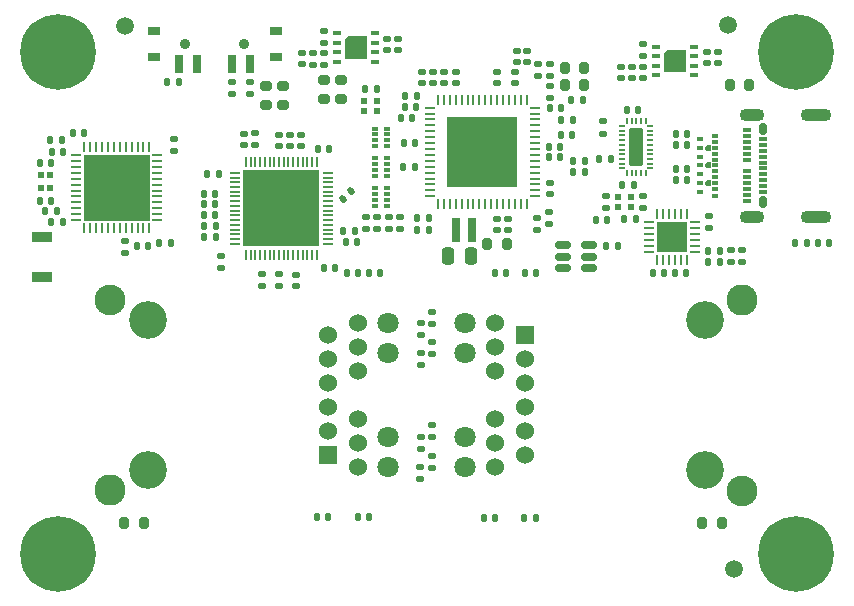
<source format=gbr>
G04 #@! TF.GenerationSoftware,KiCad,Pcbnew,5.99.0-unknown-r23941-4f651901*
G04 #@! TF.CreationDate,2020-11-30T00:39:54+01:00*
G04 #@! TF.ProjectId,whisperbounce,77686973-7065-4726-926f-756e63652e6b,rev?*
G04 #@! TF.SameCoordinates,Original*
G04 #@! TF.FileFunction,Soldermask,Top*
G04 #@! TF.FilePolarity,Negative*
%FSLAX46Y46*%
G04 Gerber Fmt 4.6, Leading zero omitted, Abs format (unit mm)*
G04 Created by KiCad (PCBNEW 5.99.0-unknown-r23941-4f651901) date 2020-11-30 00:39:54*
%MOMM*%
%LPD*%
G01*
G04 APERTURE LIST*
G04 Aperture macros list*
%AMRoundRect*
0 Rectangle with rounded corners*
0 $1 Rounding radius*
0 $2 $3 $4 $5 $6 $7 $8 $9 X,Y pos of 4 corners*
0 Add a 4 corners polygon primitive as box body*
4,1,4,$2,$3,$4,$5,$6,$7,$8,$9,$2,$3,0*
0 Add four circle primitives for the rounded corners*
1,1,$1+$1,$2,$3,0*
1,1,$1+$1,$4,$5,0*
1,1,$1+$1,$6,$7,0*
1,1,$1+$1,$8,$9,0*
0 Add four rect primitives between the rounded corners*
20,1,$1+$1,$2,$3,$4,$5,0*
20,1,$1+$1,$4,$5,$6,$7,0*
20,1,$1+$1,$6,$7,$8,$9,0*
20,1,$1+$1,$8,$9,$2,$3,0*%
G04 Aperture macros list end*
%ADD10RoundRect,0.140000X0.140000X0.170000X-0.140000X0.170000X-0.140000X-0.170000X0.140000X-0.170000X0*%
%ADD11R,0.700000X0.400000*%
%ADD12RoundRect,0.140000X-0.140000X-0.170000X0.140000X-0.170000X0.140000X0.170000X-0.140000X0.170000X0*%
%ADD13RoundRect,0.135000X-0.185000X0.135000X-0.185000X-0.135000X0.185000X-0.135000X0.185000X0.135000X0*%
%ADD14RoundRect,0.200000X-0.200000X-0.275000X0.200000X-0.275000X0.200000X0.275000X-0.200000X0.275000X0*%
%ADD15RoundRect,0.200000X-0.275000X0.200000X-0.275000X-0.200000X0.275000X-0.200000X0.275000X0.200000X0*%
%ADD16C,0.800000*%
%ADD17C,6.400000*%
%ADD18RoundRect,0.140000X-0.170000X0.140000X-0.170000X-0.140000X0.170000X-0.140000X0.170000X0.140000X0*%
%ADD19RoundRect,0.135000X0.135000X0.185000X-0.135000X0.185000X-0.135000X-0.185000X0.135000X-0.185000X0*%
%ADD20RoundRect,0.135000X0.185000X-0.135000X0.185000X0.135000X-0.185000X0.135000X-0.185000X-0.135000X0*%
%ADD21RoundRect,0.140000X0.170000X-0.140000X0.170000X0.140000X-0.170000X0.140000X-0.170000X-0.140000X0*%
%ADD22RoundRect,0.147500X0.147500X0.172500X-0.147500X0.172500X-0.147500X-0.172500X0.147500X-0.172500X0*%
%ADD23RoundRect,0.135000X-0.135000X-0.185000X0.135000X-0.185000X0.135000X0.185000X-0.135000X0.185000X0*%
%ADD24R,0.600000X0.500000*%
%ADD25R,0.500000X0.450000*%
%ADD26R,0.500000X0.300000*%
%ADD27RoundRect,0.062500X-0.375000X-0.062500X0.375000X-0.062500X0.375000X0.062500X-0.375000X0.062500X0*%
%ADD28RoundRect,0.062500X-0.062500X-0.375000X0.062500X-0.375000X0.062500X0.375000X-0.062500X0.375000X0*%
%ADD29R,5.600000X5.600000*%
%ADD30R,0.500000X0.600000*%
%ADD31C,1.500000*%
%ADD32R,0.650000X2.000000*%
%AMFp33*
4,1,18,0.050000,0.250000,0.069134,0.246194,0.085355,0.235354,0.096194,0.219133,0.100000,0.199999,0.099999,-0.200000,0.096193,-0.219134,0.085354,-0.235355,0.069133,-0.246194,0.049999,-0.250000,-0.050000,-0.250000,-0.069134,-0.246194,-0.085355,-0.235354,-0.096194,-0.219133,-0.100000,-0.199999,-0.099999,0.160000,-0.009999,0.250000,0.050000,0.250000,0.050000,0.250000,$1*%
%ADD33Fp33,270.000000*%
%ADD34RoundRect,0.050000X-0.200000X0.050000X-0.200000X-0.050000X0.200000X-0.050000X0.200000X0.050000X0*%
%AMFp35*
4,1,18,0.096193,-0.219134,0.085354,-0.235355,0.069133,-0.246194,0.049999,-0.250000,-0.050000,-0.250000,-0.069134,-0.246194,-0.085355,-0.235354,-0.096194,-0.219133,-0.100000,-0.199999,-0.099999,0.200000,-0.096193,0.219134,-0.085354,0.235355,-0.069133,0.246194,-0.049999,0.250000,0.010000,0.250000,0.100000,0.159999,0.099999,-0.200000,0.096193,-0.219134,0.096193,-0.219134,$1*%
%ADD35Fp35,270.000000*%
%AMFp36*
4,1,18,0.050000,0.250000,0.069134,0.246194,0.085355,0.235355,0.096194,0.219134,0.100000,0.200000,0.100000,-0.200000,0.096194,-0.219134,0.085355,-0.235355,0.069134,-0.246194,0.050000,-0.250000,-0.050000,-0.250000,-0.069134,-0.246194,-0.085355,-0.235355,-0.096194,-0.219134,-0.100000,-0.200000,-0.100000,0.160000,-0.010000,0.250000,0.050000,0.250000,0.050000,0.250000,$1*%
%ADD36Fp36,0.000000*%
%ADD37RoundRect,0.050000X-0.050000X-0.200000X0.050000X-0.200000X0.050000X0.200000X-0.050000X0.200000X0*%
%AMFp38*
4,1,18,0.096194,-0.219134,0.085355,-0.235355,0.069134,-0.246194,0.050000,-0.250000,-0.050000,-0.250000,-0.069134,-0.246194,-0.085355,-0.235355,-0.096194,-0.219134,-0.100000,-0.200000,-0.100000,0.200000,-0.096194,0.219134,-0.085355,0.235355,-0.069134,0.246194,-0.050000,0.250000,0.010000,0.250000,0.100000,0.160000,0.100000,-0.200000,0.096194,-0.219134,0.096194,-0.219134,$1*%
%ADD38Fp38,0.000000*%
%AMFp39*
4,1,18,0.050000,0.250000,0.069134,0.246194,0.085355,0.235355,0.096194,0.219134,0.100000,0.200000,0.099999,-0.200000,0.096193,-0.219134,0.085354,-0.235355,0.069133,-0.246194,0.049999,-0.250000,-0.050000,-0.250000,-0.069134,-0.246194,-0.085355,-0.235355,-0.096194,-0.219134,-0.100000,-0.200000,-0.099999,0.160000,-0.009999,0.250000,0.050000,0.250000,0.050000,0.250000,$1*%
%ADD39Fp39,90.000000*%
%ADD40RoundRect,0.050000X0.200000X-0.050000X0.200000X0.050000X-0.200000X0.050000X-0.200000X-0.050000X0*%
%AMFp41*
4,1,18,0.096193,-0.219134,0.085354,-0.235355,0.069133,-0.246194,0.049999,-0.250000,-0.050000,-0.250000,-0.069134,-0.246194,-0.085355,-0.235355,-0.096194,-0.219134,-0.100000,-0.200000,-0.099999,0.200000,-0.096193,0.219134,-0.085354,0.235355,-0.069133,0.246194,-0.049999,0.250000,0.010000,0.250000,0.100000,0.160000,0.099999,-0.200000,0.096193,-0.219134,0.096193,-0.219134,$1*%
%ADD41Fp41,90.000000*%
%AMFp42*
4,1,18,0.050000,0.250000,0.069134,0.246194,0.085355,0.235355,0.096194,0.219134,0.100000,0.200000,0.099999,-0.200000,0.096193,-0.219134,0.085354,-0.235355,0.069133,-0.246194,0.049999,-0.250000,-0.050000,-0.250000,-0.069134,-0.246194,-0.085355,-0.235355,-0.096194,-0.219134,-0.100000,-0.200000,-0.099999,0.160000,-0.009999,0.250000,0.050000,0.250000,0.050000,0.250000,$1*%
%ADD42Fp42,180.000000*%
%ADD43RoundRect,0.050000X0.050000X0.200000X-0.050000X0.200000X-0.050000X-0.200000X0.050000X-0.200000X0*%
%AMFp44*
4,1,18,0.096193,-0.219134,0.085354,-0.235355,0.069133,-0.246194,0.049999,-0.250000,-0.050000,-0.250000,-0.069134,-0.246194,-0.085355,-0.235355,-0.096194,-0.219134,-0.100000,-0.200000,-0.099999,0.200000,-0.096193,0.219134,-0.085354,0.235355,-0.069133,0.246194,-0.049999,0.250000,0.010000,0.250000,0.100000,0.160000,0.099999,-0.200000,0.096193,-0.219134,0.096193,-0.219134,$1*%
%ADD44Fp44,180.000000*%
%ADD45C,0.400000*%
%ADD46RoundRect,0.120000X0.480000X1.480000X-0.480000X1.480000X-0.480000X-1.480000X0.480000X-1.480000X0*%
%ADD47RoundRect,0.140000X-0.021213X0.219203X-0.219203X0.021213X0.021213X-0.219203X0.219203X-0.021213X0*%
%ADD48RoundRect,0.050000X0.050000X-0.350000X0.050000X0.350000X-0.050000X0.350000X-0.050000X-0.350000X0*%
%ADD49RoundRect,0.050000X0.350000X-0.050000X0.350000X0.050000X-0.350000X0.050000X-0.350000X-0.050000X0*%
%ADD50R,6.500000X6.500000*%
%ADD51R,0.500000X0.400000*%
%ADD52R,6.000000X6.000000*%
%ADD53RoundRect,0.062500X-0.350000X-0.062500X0.350000X-0.062500X0.350000X0.062500X-0.350000X0.062500X0*%
%ADD54RoundRect,0.062500X-0.062500X-0.350000X0.062500X-0.350000X0.062500X0.350000X-0.062500X0.350000X0*%
%ADD55R,2.600000X2.600000*%
%ADD56RoundRect,0.250000X0.250000X0.475000X-0.250000X0.475000X-0.250000X-0.475000X0.250000X-0.475000X0*%
%ADD57RoundRect,0.200000X0.200000X0.275000X-0.200000X0.275000X-0.200000X-0.275000X0.200000X-0.275000X0*%
%ADD58RoundRect,0.150000X-0.512500X-0.150000X0.512500X-0.150000X0.512500X0.150000X-0.512500X0.150000X0*%
%ADD59RoundRect,0.075000X0.275000X-0.075000X0.275000X0.075000X-0.275000X0.075000X-0.275000X-0.075000X0*%
%ADD60RoundRect,0.175000X0.175000X-0.325000X0.175000X0.325000X-0.175000X0.325000X-0.175000X-0.325000X0*%
%ADD61O,2.600000X1.100000*%
%ADD62O,2.100000X1.100000*%
%ADD63C,3.200000*%
%ADD64R,1.524000X1.524000*%
%ADD65C,1.524000*%
%ADD66C,1.800000*%
%ADD67C,2.630000*%
%ADD68C,2.610000*%
%ADD69R,1.700000X0.900000*%
%ADD70R,1.000000X0.800000*%
%ADD71C,0.900000*%
%ADD72R,0.700000X1.500000*%
G04 APERTURE END LIST*
D10*
G04 #@! TO.C,C13*
X156260000Y-62685000D03*
X155300000Y-62685000D03*
G04 #@! TD*
D11*
G04 #@! TO.C,U8*
X137350000Y-52200000D03*
X137350000Y-53000000D03*
X137350000Y-53800000D03*
X137350000Y-54600000D03*
X140550000Y-54600000D03*
X140550000Y-53800000D03*
X140550000Y-53000000D03*
X140550000Y-52200000D03*
G36*
X139900000Y-54350000D02*
G01*
X138000000Y-54350000D01*
X138000000Y-52700000D01*
X138250000Y-52450000D01*
X139900000Y-52450000D01*
X139900000Y-54350000D01*
G37*
G04 #@! TD*
D12*
G04 #@! TO.C,C21*
X159560000Y-62840000D03*
X160520000Y-62840000D03*
G04 #@! TD*
D10*
G04 #@! TO.C,C47*
X114121578Y-68176251D03*
X113161578Y-68176251D03*
G04 #@! TD*
G04 #@! TO.C,C84*
X151670000Y-72490000D03*
X150710000Y-72490000D03*
G04 #@! TD*
D13*
G04 #@! TO.C,R17*
X130000000Y-56290000D03*
X130000000Y-57310000D03*
G04 #@! TD*
D10*
G04 #@! TO.C,C12*
X158339999Y-62970000D03*
X157379999Y-62970000D03*
G04 #@! TD*
D14*
G04 #@! TO.C,FB4*
X150075000Y-70050000D03*
X151725000Y-70050000D03*
G04 #@! TD*
D15*
G04 #@! TO.C,FB6*
X137720000Y-56125000D03*
X137720000Y-57775000D03*
G04 #@! TD*
D12*
G04 #@! TO.C,C23*
X156320000Y-60800000D03*
X157280000Y-60800000D03*
G04 #@! TD*
D16*
G04 #@! TO.C,H4*
X111350000Y-53750000D03*
X113750000Y-51350000D03*
X113750000Y-56150000D03*
X115447056Y-52052944D03*
X112052944Y-52052944D03*
X112052944Y-55447056D03*
X116150000Y-53750000D03*
X115447056Y-55447056D03*
D17*
X113750000Y-53750000D03*
G04 #@! TD*
D13*
G04 #@! TO.C,R18*
X128500000Y-56290000D03*
X128500000Y-57310000D03*
G04 #@! TD*
D18*
G04 #@! TO.C,C67*
X134320000Y-60780000D03*
X134320000Y-61740000D03*
G04 #@! TD*
D19*
G04 #@! TO.C,R32*
X127090000Y-68520000D03*
X126070000Y-68520000D03*
G04 #@! TD*
D18*
G04 #@! TO.C,C62*
X133400000Y-60780000D03*
X133400000Y-61740000D03*
G04 #@! TD*
D12*
G04 #@! TO.C,C68*
X126110000Y-67590000D03*
X127070000Y-67590000D03*
G04 #@! TD*
G04 #@! TO.C,C76*
X139745000Y-56925000D03*
X140705000Y-56925000D03*
G04 #@! TD*
D20*
G04 #@! TO.C,R22*
X136275000Y-53010000D03*
X136275000Y-51990000D03*
G04 #@! TD*
D21*
G04 #@! TO.C,C42*
X145500000Y-56430000D03*
X145500000Y-55470000D03*
G04 #@! TD*
D22*
G04 #@! TO.C,D1*
X179055000Y-69930000D03*
X178085000Y-69930000D03*
G04 #@! TD*
D20*
G04 #@! TO.C,R29*
X141725000Y-68735000D03*
X141725000Y-67715000D03*
G04 #@! TD*
D12*
G04 #@! TO.C,C40*
X143120000Y-58400000D03*
X144080000Y-58400000D03*
G04 #@! TD*
D10*
G04 #@! TO.C,C8*
X166990000Y-63680000D03*
X166030000Y-63680000D03*
G04 #@! TD*
D21*
G04 #@! TO.C,C35*
X152450000Y-56430000D03*
X152450000Y-55470000D03*
G04 #@! TD*
D23*
G04 #@! TO.C,R20*
X113090000Y-61200000D03*
X114110000Y-61200000D03*
G04 #@! TD*
D24*
G04 #@! TO.C,X1*
X140725000Y-57950000D03*
X139625000Y-57950000D03*
X139625000Y-58750000D03*
X140725000Y-58750000D03*
G04 #@! TD*
D18*
G04 #@! TO.C,C74*
X134400000Y-53865000D03*
X134400000Y-54825000D03*
G04 #@! TD*
D10*
G04 #@! TO.C,C52*
X121380000Y-70200000D03*
X120420000Y-70200000D03*
G04 #@! TD*
D13*
G04 #@! TO.C,R35*
X145400000Y-87940000D03*
X145400000Y-88960000D03*
G04 #@! TD*
D12*
G04 #@! TO.C,C37*
X157200000Y-57790000D03*
X158160000Y-57790000D03*
G04 #@! TD*
D13*
G04 #@! TO.C,R8*
X168830000Y-67640000D03*
X168830000Y-68660000D03*
G04 #@! TD*
D10*
G04 #@! TO.C,C14*
X158340000Y-63890000D03*
X157380000Y-63890000D03*
G04 #@! TD*
D18*
G04 #@! TO.C,C33*
X150900000Y-67920000D03*
X150900000Y-68880000D03*
G04 #@! TD*
D21*
G04 #@! TO.C,C2*
X169620000Y-54700000D03*
X169620000Y-53740000D03*
G04 #@! TD*
D25*
G04 #@! TO.C,U3*
X169400000Y-65945000D03*
D26*
X169400000Y-65370000D03*
X169400000Y-64870000D03*
X169400000Y-64370000D03*
X169400000Y-63870000D03*
X169400000Y-63370000D03*
X169400000Y-62870000D03*
X169400000Y-62370000D03*
X169400000Y-61870000D03*
X169400000Y-61370000D03*
X169400000Y-60870000D03*
X168100000Y-61120000D03*
X168100000Y-61870000D03*
X168100000Y-62620000D03*
X168100000Y-63370000D03*
X168100000Y-64120000D03*
X168100000Y-64870000D03*
X168100000Y-65620000D03*
G36*
X168650001Y-64620000D02*
G01*
X169000000Y-64620001D01*
X168999999Y-65120000D01*
X168650000Y-65120000D01*
X168500000Y-64969999D01*
X168500000Y-64770000D01*
X168650001Y-64620000D01*
G37*
G36*
X168650001Y-63120000D02*
G01*
X169000000Y-63120001D01*
X168999999Y-63620000D01*
X168650000Y-63620000D01*
X168500000Y-63469999D01*
X168500000Y-63270000D01*
X168650001Y-63120000D01*
G37*
G36*
X168650001Y-61620000D02*
G01*
X169000000Y-61620001D01*
X168999999Y-62120000D01*
X168650000Y-62120000D01*
X168500000Y-61969999D01*
X168500000Y-61770000D01*
X168650001Y-61620000D01*
G37*
G04 #@! TD*
D27*
G04 #@! TO.C,U7*
X115282500Y-62500000D03*
X115282500Y-63000000D03*
X115282500Y-63500000D03*
X115282500Y-64000000D03*
X115282500Y-64500000D03*
X115282500Y-65000000D03*
X115282500Y-65500000D03*
X115282500Y-66000000D03*
X115282500Y-66500000D03*
X115282500Y-67000000D03*
X115282500Y-67500000D03*
X115282500Y-68000000D03*
D28*
X115970000Y-68687500D03*
X116470000Y-68687500D03*
X116970000Y-68687500D03*
X117470000Y-68687500D03*
X117970000Y-68687500D03*
X118470000Y-68687500D03*
X118970000Y-68687500D03*
X119470000Y-68687500D03*
X119970000Y-68687500D03*
X120470000Y-68687500D03*
X120970000Y-68687500D03*
X121470000Y-68687500D03*
D27*
X122157500Y-68000000D03*
X122157500Y-67500000D03*
X122157500Y-67000000D03*
X122157500Y-66500000D03*
X122157500Y-66000000D03*
X122157500Y-65500000D03*
X122157500Y-65000000D03*
X122157500Y-64500000D03*
X122157500Y-64000000D03*
X122157500Y-63500000D03*
X122157500Y-63000000D03*
X122157500Y-62500000D03*
D28*
X121470000Y-61812500D03*
X120970000Y-61812500D03*
X120470000Y-61812500D03*
X119970000Y-61812500D03*
X119470000Y-61812500D03*
X118970000Y-61812500D03*
X118470000Y-61812500D03*
X117970000Y-61812500D03*
X117470000Y-61812500D03*
X116970000Y-61812500D03*
X116470000Y-61812500D03*
X115970000Y-61812500D03*
D29*
X118720000Y-65250000D03*
G04 #@! TD*
D12*
G04 #@! TO.C,C81*
X149770000Y-93200000D03*
X150730000Y-93200000D03*
G04 #@! TD*
D23*
G04 #@! TO.C,R37*
X176160000Y-69940000D03*
X177180000Y-69940000D03*
G04 #@! TD*
D10*
G04 #@! TO.C,C78*
X139130000Y-72490000D03*
X138170000Y-72490000D03*
G04 #@! TD*
G04 #@! TO.C,C49*
X113150000Y-63175000D03*
X112190000Y-63175000D03*
G04 #@! TD*
D21*
G04 #@! TO.C,C41*
X146450000Y-56430000D03*
X146450000Y-55470000D03*
G04 #@! TD*
D10*
G04 #@! TO.C,C32*
X145130000Y-67850000D03*
X144170000Y-67850000D03*
G04 #@! TD*
D13*
G04 #@! TO.C,R10*
X155400000Y-56640000D03*
X155400000Y-57660000D03*
G04 #@! TD*
D12*
G04 #@! TO.C,C50*
X112190000Y-66350000D03*
X113150000Y-66350000D03*
G04 #@! TD*
D15*
G04 #@! TO.C,FB8*
X131350000Y-56615000D03*
X131350000Y-58265000D03*
G04 #@! TD*
D12*
G04 #@! TO.C,C1*
X161900000Y-58670000D03*
X162860000Y-58670000D03*
G04 #@! TD*
D30*
G04 #@! TO.C,Y2*
X113070000Y-65300000D03*
X113070000Y-64200000D03*
X112270000Y-64200000D03*
X112270000Y-65300000D03*
G04 #@! TD*
D10*
G04 #@! TO.C,C25*
X143980000Y-61500000D03*
X143020000Y-61500000D03*
G04 #@! TD*
D13*
G04 #@! TO.C,R15*
X154300000Y-67790000D03*
X154300000Y-68810000D03*
G04 #@! TD*
D31*
G04 #@! TO.C,FID2*
X170470000Y-51510000D03*
G04 #@! TD*
D21*
G04 #@! TO.C,C48*
X123550000Y-62130000D03*
X123550000Y-61170000D03*
G04 #@! TD*
D20*
G04 #@! TO.C,R34*
X144450000Y-87410000D03*
X144450000Y-86390000D03*
G04 #@! TD*
D12*
G04 #@! TO.C,C46*
X122320000Y-69900000D03*
X123280000Y-69900000D03*
G04 #@! TD*
G04 #@! TO.C,C60*
X126380000Y-64120000D03*
X127340000Y-64120000D03*
G04 #@! TD*
D21*
G04 #@! TO.C,C36*
X144550000Y-56430000D03*
X144550000Y-55470000D03*
G04 #@! TD*
D10*
G04 #@! TO.C,C5*
X166990000Y-64600000D03*
X166030000Y-64600000D03*
G04 #@! TD*
D20*
G04 #@! TO.C,R31*
X139825000Y-68735000D03*
X139825000Y-67715000D03*
G04 #@! TD*
D10*
G04 #@! TO.C,C63*
X139050000Y-69880000D03*
X138090000Y-69880000D03*
G04 #@! TD*
D32*
G04 #@! TO.C,L1*
X147425000Y-68800000D03*
X148775000Y-68800000D03*
G04 #@! TD*
D10*
G04 #@! TO.C,C29*
X143930000Y-63500000D03*
X142970000Y-63500000D03*
G04 #@! TD*
D19*
G04 #@! TO.C,R7*
X162540000Y-65050000D03*
X161520000Y-65050000D03*
G04 #@! TD*
D18*
G04 #@! TO.C,C75*
X129460000Y-60715000D03*
X129460000Y-61675000D03*
G04 #@! TD*
D13*
G04 #@! TO.C,R11*
X154400000Y-54815000D03*
X154400000Y-55835000D03*
G04 #@! TD*
D12*
G04 #@! TO.C,C45*
X115020000Y-60650000D03*
X115980000Y-60650000D03*
G04 #@! TD*
D33*
G04 #@! TO.C,U2*
X161500000Y-60030000D03*
D34*
X161500000Y-60430000D03*
X161500000Y-60830000D03*
X161500000Y-61230000D03*
X161500000Y-61630000D03*
X161500000Y-62030000D03*
X161500000Y-62430000D03*
X161500000Y-62830000D03*
X161500000Y-63230000D03*
D35*
X161500000Y-63630000D03*
D36*
X161900000Y-64030000D03*
D37*
X162300000Y-64030000D03*
X162700000Y-64030000D03*
X163100000Y-64030000D03*
D38*
X163500000Y-64030000D03*
D39*
X163900000Y-63630000D03*
D40*
X163900000Y-63230000D03*
X163900000Y-62830000D03*
X163900000Y-62430000D03*
X163900000Y-62030000D03*
X163900000Y-61630000D03*
X163900000Y-61230000D03*
X163900000Y-60830000D03*
X163900000Y-60430000D03*
D41*
X163900000Y-60030000D03*
D42*
X163500000Y-59630000D03*
D43*
X163100000Y-59630000D03*
X162700000Y-59630000D03*
X162300000Y-59630000D03*
D44*
X161900000Y-59630000D03*
D45*
X162400000Y-60630000D03*
X163000000Y-63030000D03*
X163000000Y-61830000D03*
X163000000Y-60630000D03*
X162400000Y-61830000D03*
X162400000Y-63030000D03*
D46*
X162700000Y-61830000D03*
G04 #@! TD*
D10*
G04 #@! TO.C,C71*
X138850000Y-68960000D03*
X137890000Y-68960000D03*
G04 #@! TD*
G04 #@! TO.C,C44*
X114180000Y-62200000D03*
X113220000Y-62200000D03*
G04 #@! TD*
D47*
G04 #@! TO.C,C64*
X138514411Y-65560589D03*
X137835589Y-66239411D03*
G04 #@! TD*
D10*
G04 #@! TO.C,C82*
X154190000Y-93200000D03*
X153230000Y-93200000D03*
G04 #@! TD*
D48*
G04 #@! TO.C,U9*
X129650000Y-70950000D03*
X130050000Y-70950000D03*
X130450000Y-70950000D03*
X130850000Y-70950000D03*
X131250000Y-70950000D03*
X131650000Y-70950000D03*
X132050000Y-70950000D03*
X132450000Y-70950000D03*
X132850000Y-70950000D03*
X133250000Y-70950000D03*
X133650000Y-70950000D03*
X134050000Y-70950000D03*
X134450000Y-70950000D03*
X134850000Y-70950000D03*
X135250000Y-70950000D03*
X135650000Y-70950000D03*
D49*
X136600000Y-70000000D03*
X136600000Y-69600000D03*
X136600000Y-69200000D03*
X136600000Y-68800000D03*
X136600000Y-68400000D03*
X136600000Y-68000000D03*
X136600000Y-67600000D03*
X136600000Y-67200000D03*
X136600000Y-66800000D03*
X136600000Y-66400000D03*
X136600000Y-66000000D03*
X136600000Y-65600000D03*
X136600000Y-65200000D03*
X136600000Y-64800000D03*
X136600000Y-64400000D03*
X136600000Y-64000000D03*
D48*
X135650000Y-63050000D03*
X135250000Y-63050000D03*
X134850000Y-63050000D03*
X134450000Y-63050000D03*
X134050000Y-63050000D03*
X133650000Y-63050000D03*
X133250000Y-63050000D03*
X132850000Y-63050000D03*
X132450000Y-63050000D03*
X132050000Y-63050000D03*
X131650000Y-63050000D03*
X131250000Y-63050000D03*
X130850000Y-63050000D03*
X130450000Y-63050000D03*
X130050000Y-63050000D03*
X129650000Y-63050000D03*
D49*
X128700000Y-64000000D03*
X128700000Y-64400000D03*
X128700000Y-64800000D03*
X128700000Y-65200000D03*
X128700000Y-65600000D03*
X128700000Y-66000000D03*
X128700000Y-66400000D03*
X128700000Y-66800000D03*
X128700000Y-67200000D03*
X128700000Y-67600000D03*
X128700000Y-68000000D03*
X128700000Y-68400000D03*
X128700000Y-68800000D03*
X128700000Y-69200000D03*
X128700000Y-69600000D03*
X128700000Y-70000000D03*
D50*
X132650000Y-67000000D03*
G04 #@! TD*
D51*
G04 #@! TO.C,RN4*
X140580000Y-60250000D03*
D26*
X140580000Y-60750000D03*
X140580000Y-61250000D03*
D51*
X140580000Y-61750000D03*
X141580000Y-61750000D03*
D26*
X141580000Y-61250000D03*
X141580000Y-60750000D03*
D51*
X141580000Y-60250000D03*
G04 #@! TD*
D19*
G04 #@! TO.C,R19*
X123960000Y-56350000D03*
X122940000Y-56350000D03*
G04 #@! TD*
D51*
G04 #@! TO.C,RN2*
X140580000Y-65280000D03*
D26*
X140580000Y-65780000D03*
X140580000Y-66280000D03*
D51*
X140580000Y-66780000D03*
X141580000Y-66780000D03*
D26*
X141580000Y-66280000D03*
X141580000Y-65780000D03*
D51*
X141580000Y-65280000D03*
G04 #@! TD*
G04 #@! TO.C,RN3*
X140580000Y-62760000D03*
D26*
X140580000Y-63260000D03*
X140580000Y-63760000D03*
D51*
X140580000Y-64260000D03*
X141580000Y-64260000D03*
D26*
X141580000Y-63760000D03*
X141580000Y-63260000D03*
D51*
X141580000Y-62760000D03*
G04 #@! TD*
D10*
G04 #@! TO.C,C6*
X166990000Y-61600000D03*
X166030000Y-61600000D03*
G04 #@! TD*
G04 #@! TO.C,C9*
X166990000Y-60680000D03*
X166030000Y-60680000D03*
G04 #@! TD*
D24*
G04 #@! TO.C,Y1*
X161140000Y-66870000D03*
X162240000Y-66870000D03*
X162240000Y-66070000D03*
X161140000Y-66070000D03*
G04 #@! TD*
D13*
G04 #@! TO.C,R1*
X171650000Y-70540000D03*
X171650000Y-71560000D03*
G04 #@! TD*
D18*
G04 #@! TO.C,C15*
X160120000Y-65990000D03*
X160120000Y-66950000D03*
G04 #@! TD*
D21*
G04 #@! TO.C,C57*
X133910000Y-73590000D03*
X133910000Y-72630000D03*
G04 #@! TD*
D10*
G04 #@! TO.C,C69*
X137230000Y-72070000D03*
X136270000Y-72070000D03*
G04 #@! TD*
D19*
G04 #@! TO.C,R16*
X145160000Y-68800000D03*
X144140000Y-68800000D03*
G04 #@! TD*
D21*
G04 #@! TO.C,C54*
X132440000Y-73540000D03*
X132440000Y-72580000D03*
G04 #@! TD*
D14*
G04 #@! TO.C,FB10*
X168275000Y-93660000D03*
X169925000Y-93660000D03*
G04 #@! TD*
D18*
G04 #@! TO.C,C30*
X155400000Y-64870000D03*
X155400000Y-65830000D03*
G04 #@! TD*
D21*
G04 #@! TO.C,C61*
X127550000Y-72040000D03*
X127550000Y-71080000D03*
G04 #@! TD*
D27*
G04 #@! TO.C,U6*
X145222500Y-58480000D03*
X145222500Y-58980000D03*
X145222500Y-59480000D03*
X145222500Y-59980000D03*
X145222500Y-60480000D03*
X145222500Y-60980000D03*
X145222500Y-61480000D03*
X145222500Y-61980000D03*
X145222500Y-62480000D03*
X145222500Y-62980000D03*
X145222500Y-63480000D03*
X145222500Y-63980000D03*
X145222500Y-64480000D03*
X145222500Y-64980000D03*
X145222500Y-65480000D03*
X145222500Y-65980000D03*
D28*
X145910000Y-66667500D03*
X146410000Y-66667500D03*
X146910000Y-66667500D03*
X147410000Y-66667500D03*
X147910000Y-66667500D03*
X148410000Y-66667500D03*
X148910000Y-66667500D03*
X149410000Y-66667500D03*
X149910000Y-66667500D03*
X150410000Y-66667500D03*
X150910000Y-66667500D03*
X151410000Y-66667500D03*
X151910000Y-66667500D03*
X152410000Y-66667500D03*
X152910000Y-66667500D03*
X153410000Y-66667500D03*
D27*
X154097500Y-65980000D03*
X154097500Y-65480000D03*
X154097500Y-64980000D03*
X154097500Y-64480000D03*
X154097500Y-63980000D03*
X154097500Y-63480000D03*
X154097500Y-62980000D03*
X154097500Y-62480000D03*
X154097500Y-61980000D03*
X154097500Y-61480000D03*
X154097500Y-60980000D03*
X154097500Y-60480000D03*
X154097500Y-59980000D03*
X154097500Y-59480000D03*
X154097500Y-58980000D03*
X154097500Y-58480000D03*
D28*
X153410000Y-57792500D03*
X152910000Y-57792500D03*
X152410000Y-57792500D03*
X151910000Y-57792500D03*
X151410000Y-57792500D03*
X150910000Y-57792500D03*
X150410000Y-57792500D03*
X149910000Y-57792500D03*
X149410000Y-57792500D03*
X148910000Y-57792500D03*
X148410000Y-57792500D03*
X147910000Y-57792500D03*
X147410000Y-57792500D03*
X146910000Y-57792500D03*
X146410000Y-57792500D03*
X145910000Y-57792500D03*
D52*
X149660000Y-62230000D03*
G04 #@! TD*
D18*
G04 #@! TO.C,C19*
X163250000Y-55000000D03*
X163250000Y-55960000D03*
G04 #@! TD*
D53*
G04 #@! TO.C,U4*
X163802500Y-68170000D03*
X163802500Y-68670000D03*
X163802500Y-69170000D03*
X163802500Y-69670000D03*
X163802500Y-70170000D03*
X163802500Y-70670000D03*
D54*
X164490000Y-71357500D03*
X164990000Y-71357500D03*
X165490000Y-71357500D03*
X165990000Y-71357500D03*
X166490000Y-71357500D03*
X166990000Y-71357500D03*
D53*
X167677500Y-70670000D03*
X167677500Y-70170000D03*
X167677500Y-69670000D03*
X167677500Y-69170000D03*
X167677500Y-68670000D03*
X167677500Y-68170000D03*
D54*
X166990000Y-67482500D03*
X166490000Y-67482500D03*
X165990000Y-67482500D03*
X165490000Y-67482500D03*
X164990000Y-67482500D03*
X164490000Y-67482500D03*
D55*
X165740000Y-69420000D03*
G04 #@! TD*
D21*
G04 #@! TO.C,C55*
X141625000Y-53605000D03*
X141625000Y-52645000D03*
G04 #@! TD*
D10*
G04 #@! TO.C,C80*
X140090000Y-93170000D03*
X139130000Y-93170000D03*
G04 #@! TD*
D18*
G04 #@! TO.C,C65*
X132470000Y-60780000D03*
X132470000Y-61740000D03*
G04 #@! TD*
D10*
G04 #@! TO.C,C70*
X136720000Y-61940000D03*
X135760000Y-61940000D03*
G04 #@! TD*
D20*
G04 #@! TO.C,R28*
X142675000Y-68735000D03*
X142675000Y-67715000D03*
G04 #@! TD*
D13*
G04 #@! TO.C,R27*
X145400000Y-75740000D03*
X145400000Y-76760000D03*
G04 #@! TD*
D16*
G04 #@! TO.C,H1*
X173850000Y-53750000D03*
X177947056Y-55447056D03*
X176250000Y-51350000D03*
X174552944Y-55447056D03*
X178650000Y-53750000D03*
X177947056Y-52052944D03*
D17*
X176250000Y-53750000D03*
D16*
X174552944Y-52052944D03*
X176250000Y-56150000D03*
G04 #@! TD*
D18*
G04 #@! TO.C,C73*
X135325000Y-53870000D03*
X135325000Y-54830000D03*
G04 #@! TD*
D31*
G04 #@! TO.C,FID1*
X119370000Y-51530000D03*
G04 #@! TD*
D13*
G04 #@! TO.C,R36*
X145400000Y-78290000D03*
X145400000Y-79310000D03*
G04 #@! TD*
D31*
G04 #@! TO.C,FID3*
X170970000Y-97510000D03*
G04 #@! TD*
D56*
G04 #@! TO.C,C43*
X148675000Y-71075000D03*
X146775000Y-71075000D03*
G04 #@! TD*
D57*
G04 #@! TO.C,FB2*
X172245000Y-56600000D03*
X170595000Y-56600000D03*
G04 #@! TD*
D20*
G04 #@! TO.C,R12*
X155310000Y-68330000D03*
X155310000Y-67310000D03*
G04 #@! TD*
D12*
G04 #@! TO.C,C79*
X135640000Y-93160000D03*
X136600000Y-93160000D03*
G04 #@! TD*
D10*
G04 #@! TO.C,C20*
X143730000Y-59350000D03*
X142770000Y-59350000D03*
G04 #@! TD*
D18*
G04 #@! TO.C,C7*
X161370000Y-55000000D03*
X161370000Y-55960000D03*
G04 #@! TD*
D10*
G04 #@! TO.C,C17*
X165070000Y-72480000D03*
X164110000Y-72480000D03*
G04 #@! TD*
D20*
G04 #@! TO.C,R2*
X170710000Y-71560000D03*
X170710000Y-70540000D03*
G04 #@! TD*
D58*
G04 #@! TO.C,U5*
X156462500Y-70150000D03*
X156462500Y-71100000D03*
X156462500Y-72050000D03*
X158737500Y-72050000D03*
X158737500Y-71100000D03*
X158737500Y-70150000D03*
G04 #@! TD*
D20*
G04 #@! TO.C,R30*
X140775000Y-68735000D03*
X140775000Y-67715000D03*
G04 #@! TD*
D13*
G04 #@! TO.C,R21*
X119450000Y-69790000D03*
X119450000Y-70810000D03*
G04 #@! TD*
D59*
G04 #@! TO.C,J1*
X172110000Y-66380000D03*
X172110000Y-65880000D03*
X172110000Y-65380000D03*
X172110000Y-64880000D03*
X172110000Y-64380000D03*
X172110000Y-63880000D03*
X172110000Y-62880000D03*
X172110000Y-62380000D03*
X172110000Y-61880000D03*
X172110000Y-61380000D03*
X172110000Y-60880000D03*
X172110000Y-60380000D03*
D60*
X173420000Y-60280000D03*
D59*
X173420000Y-61130000D03*
X173420000Y-61630000D03*
X173420000Y-62130000D03*
X173420000Y-62630000D03*
X173420000Y-63130000D03*
X173420000Y-63630000D03*
X173420000Y-64130000D03*
X173420000Y-64630000D03*
X173420000Y-65130000D03*
X173420000Y-65630000D03*
D60*
X173420000Y-66480000D03*
D61*
X177890000Y-59060000D03*
D62*
X172530000Y-59060000D03*
X172530000Y-67700000D03*
D61*
X177890000Y-67700000D03*
G04 #@! TD*
D19*
G04 #@! TO.C,R5*
X169820000Y-70590000D03*
X168800000Y-70590000D03*
G04 #@! TD*
D21*
G04 #@! TO.C,C22*
X153475000Y-54605000D03*
X153475000Y-53645000D03*
G04 #@! TD*
G04 #@! TO.C,C4*
X163250000Y-66940000D03*
X163250000Y-65980000D03*
G04 #@! TD*
D16*
G04 #@! TO.C,H3*
X177947056Y-97947056D03*
X173850000Y-96250000D03*
X174552944Y-94552944D03*
D17*
X176250000Y-96250000D03*
D16*
X176250000Y-93850000D03*
X177947056Y-94552944D03*
X174552944Y-97947056D03*
X176250000Y-98650000D03*
X178650000Y-96250000D03*
G04 #@! TD*
D12*
G04 #@! TO.C,C59*
X126120000Y-69450000D03*
X127080000Y-69450000D03*
G04 #@! TD*
G04 #@! TO.C,C38*
X160170000Y-70175000D03*
X161130000Y-70175000D03*
G04 #@! TD*
D21*
G04 #@! TO.C,C26*
X152575000Y-54605000D03*
X152575000Y-53645000D03*
G04 #@! TD*
D18*
G04 #@! TO.C,C72*
X136275000Y-53870000D03*
X136275000Y-54830000D03*
G04 #@! TD*
D21*
G04 #@! TO.C,C3*
X168700000Y-54700000D03*
X168700000Y-53740000D03*
G04 #@! TD*
D15*
G04 #@! TO.C,FB7*
X136220000Y-56125000D03*
X136220000Y-57775000D03*
G04 #@! TD*
D10*
G04 #@! TO.C,C11*
X156260000Y-61775000D03*
X155300000Y-61775000D03*
G04 #@! TD*
D15*
G04 #@! TO.C,FB5*
X132810000Y-56615000D03*
X132810000Y-58265000D03*
G04 #@! TD*
D20*
G04 #@! TO.C,R23*
X130410000Y-61680000D03*
X130410000Y-60660000D03*
G04 #@! TD*
D21*
G04 #@! TO.C,C66*
X131030000Y-73560000D03*
X131030000Y-72600000D03*
G04 #@! TD*
G04 #@! TO.C,C27*
X147400000Y-56430000D03*
X147400000Y-55470000D03*
G04 #@! TD*
D12*
G04 #@! TO.C,C39*
X155370000Y-58550000D03*
X156330000Y-58550000D03*
G04 #@! TD*
D21*
G04 #@! TO.C,C24*
X150900000Y-56430000D03*
X150900000Y-55470000D03*
G04 #@! TD*
D18*
G04 #@! TO.C,C10*
X162310000Y-55000000D03*
X162310000Y-55960000D03*
G04 #@! TD*
D11*
G04 #@! TO.C,U1*
X164370000Y-53340000D03*
X164370000Y-54140000D03*
X164370000Y-54940000D03*
X164370000Y-55740000D03*
X167570000Y-55740000D03*
X167570000Y-54940000D03*
X167570000Y-54140000D03*
X167570000Y-53340000D03*
G36*
X166920000Y-55490000D02*
G01*
X165020000Y-55490000D01*
X165020000Y-53840000D01*
X165270000Y-53590000D01*
X166920000Y-53590000D01*
X166920000Y-55490000D01*
G37*
G04 #@! TD*
D20*
G04 #@! TO.C,R24*
X144450000Y-80285000D03*
X144450000Y-79265000D03*
G04 #@! TD*
D12*
G04 #@! TO.C,C51*
X112670000Y-67250000D03*
X113630000Y-67250000D03*
G04 #@! TD*
D57*
G04 #@! TO.C,FB3*
X158275000Y-55100000D03*
X156625000Y-55100000D03*
G04 #@! TD*
D63*
G04 #@! TO.C,J3*
X121350000Y-89170000D03*
X121350000Y-76470000D03*
D64*
X136590000Y-87900000D03*
D65*
X136590000Y-85868000D03*
X136590000Y-83836000D03*
X136590000Y-81804000D03*
X136590000Y-79772000D03*
X136590000Y-77740000D03*
X139130000Y-88916000D03*
X139130000Y-86884000D03*
X139130000Y-84852000D03*
X139130000Y-80788000D03*
X139130000Y-78756000D03*
X139130000Y-76724000D03*
D66*
X141670000Y-88916000D03*
X141670000Y-86376000D03*
X141670000Y-79264000D03*
X141670000Y-76724000D03*
D67*
X118175000Y-90884500D03*
D68*
X118175000Y-74755500D03*
G04 #@! TD*
D20*
G04 #@! TO.C,R33*
X144450000Y-77760000D03*
X144450000Y-76740000D03*
G04 #@! TD*
D12*
G04 #@! TO.C,C56*
X126100000Y-66670000D03*
X127060000Y-66670000D03*
G04 #@! TD*
D57*
G04 #@! TO.C,FB9*
X120995000Y-93650000D03*
X119345000Y-93650000D03*
G04 #@! TD*
D63*
G04 #@! TO.C,J4*
X168480000Y-76500000D03*
X168480000Y-89200000D03*
D64*
X153240000Y-77770000D03*
D65*
X153240000Y-79802000D03*
X153240000Y-81834000D03*
X153240000Y-83866000D03*
X153240000Y-85898000D03*
X153240000Y-87930000D03*
X150700000Y-76754000D03*
X150700000Y-78786000D03*
X150700000Y-80818000D03*
X150700000Y-84882000D03*
X150700000Y-86914000D03*
X150700000Y-88946000D03*
D66*
X148160000Y-76754000D03*
X148160000Y-79294000D03*
X148160000Y-86406000D03*
X148160000Y-88946000D03*
D68*
X171655000Y-90914500D03*
D67*
X171655000Y-74785500D03*
G04 #@! TD*
D20*
G04 #@! TO.C,R9*
X163250000Y-54140000D03*
X163250000Y-53120000D03*
G04 #@! TD*
D10*
G04 #@! TO.C,C77*
X141010000Y-72490000D03*
X140050000Y-72490000D03*
G04 #@! TD*
D13*
G04 #@! TO.C,R26*
X145400000Y-85365000D03*
X145400000Y-86385000D03*
G04 #@! TD*
D21*
G04 #@! TO.C,C53*
X142550000Y-53605000D03*
X142550000Y-52645000D03*
G04 #@! TD*
D10*
G04 #@! TO.C,C18*
X160240000Y-67950000D03*
X159280000Y-67950000D03*
G04 #@! TD*
D16*
G04 #@! TO.C,H2*
X111350000Y-96250000D03*
X115447056Y-94552944D03*
X112052944Y-97947056D03*
X113750000Y-93850000D03*
X116150000Y-96250000D03*
X113750000Y-98650000D03*
X115447056Y-97947056D03*
D17*
X113750000Y-96250000D03*
D16*
X112052944Y-94552944D03*
G04 #@! TD*
D18*
G04 #@! TO.C,C28*
X151850000Y-67920000D03*
X151850000Y-68880000D03*
G04 #@! TD*
D10*
G04 #@! TO.C,C16*
X166950000Y-72470000D03*
X165990000Y-72470000D03*
G04 #@! TD*
D20*
G04 #@! TO.C,R25*
X144425000Y-89935000D03*
X144425000Y-88915000D03*
G04 #@! TD*
D23*
G04 #@! TO.C,R3*
X161650000Y-67930000D03*
X162670000Y-67930000D03*
G04 #@! TD*
D57*
G04 #@! TO.C,FB1*
X158275000Y-56600000D03*
X156625000Y-56600000D03*
G04 #@! TD*
D69*
G04 #@! TO.C,SW2*
X112390000Y-72800000D03*
X112390000Y-69400000D03*
G04 #@! TD*
D21*
G04 #@! TO.C,C34*
X155400000Y-55780000D03*
X155400000Y-54820000D03*
G04 #@! TD*
D19*
G04 #@! TO.C,R4*
X169820000Y-71530000D03*
X168800000Y-71530000D03*
G04 #@! TD*
D70*
G04 #@! TO.C,SW1*
X121860000Y-54170000D03*
X121860000Y-51960000D03*
X132160000Y-51960000D03*
D71*
X124510000Y-53060000D03*
X129510000Y-53060000D03*
D70*
X132160000Y-54170000D03*
D72*
X130010000Y-54820000D03*
X128510000Y-54820000D03*
X125510000Y-54820000D03*
X124010000Y-54820000D03*
G04 #@! TD*
D19*
G04 #@! TO.C,R13*
X157360000Y-59500000D03*
X156340000Y-59500000D03*
G04 #@! TD*
D12*
G04 #@! TO.C,C58*
X126110000Y-65750000D03*
X127070000Y-65750000D03*
G04 #@! TD*
D13*
G04 #@! TO.C,R6*
X159870000Y-59650000D03*
X159870000Y-60670000D03*
G04 #@! TD*
D23*
G04 #@! TO.C,R14*
X143090000Y-57500000D03*
X144110000Y-57500000D03*
G04 #@! TD*
D10*
G04 #@! TO.C,C83*
X154200000Y-72480000D03*
X153240000Y-72480000D03*
G04 #@! TD*
M02*

</source>
